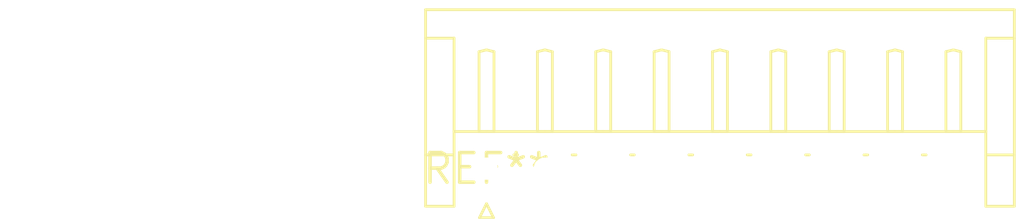
<source format=kicad_pcb>
(kicad_pcb (version 20240108) (generator pcbnew)
  (layers (0 "F.Cu" signal) (31 "B.Cu" signal) (34 "B.Paste" user) (35 "F.Paste" user) (36 "B.SilkS" user "B.Silkscreen") (37 "F.SilkS" user "F.Silkscreen") (38 "B.Mask" user) (39 "F.Mask" user) (44 "Edge.Cuts" user))
  (net 0 "")
  (footprint "JST_EH_S9B-EH_1x09_P2.50mm_Horizontal" (layer "F.Cu") (at 0 0)
    (property "Reference" "REF**")
    (property "Value" "JST_EH_S9B-EH_1x09_P2.50mm_Horizontal")
    (fp_line (start -2.61 -6.81) (end 22.61 -6.81) (layer "F.SilkS") (stroke (width 0.12)))
    (fp_line (start -2.61 -5.59) (end -1.39 -5.59) (layer "F.SilkS") (stroke (width 0.12)))
    (fp_line (start -2.61 1.61) (end -2.61 -6.81) (layer "F.SilkS") (stroke (width 0.12)))
    (fp_line (start -1.39 -5.59) (end -1.39 -0.59) (layer "F.SilkS") (stroke (width 0.12)))
    (fp_line (start -1.39 -1.59) (end 21.39 -1.59) (layer "F.SilkS") (stroke (width 0.12)))
    (fp_line (start -1.39 -0.59) (end -2.61 -0.59) (layer "F.SilkS") (stroke (width 0.12)))
    (fp_line (start -1.39 -0.59) (end -1.39 1.61) (layer "F.SilkS") (stroke (width 0.12)))
    (fp_line (start -1.39 1.61) (end -2.61 1.61) (layer "F.SilkS") (stroke (width 0.12)))
    (fp_line (start -0.32 -5.01) (end 0 -5.09) (layer "F.SilkS") (stroke (width 0.12)))
    (fp_line (start -0.32 -1.59) (end -0.32 -5.01) (layer "F.SilkS") (stroke (width 0.12)))
    (fp_line (start -0.3 2.1) (end 0.3 2.1) (layer "F.SilkS") (stroke (width 0.12)))
    (fp_line (start 0 -5.09) (end 0.32 -5.01) (layer "F.SilkS") (stroke (width 0.12)))
    (fp_line (start 0 -1.59) (end -0.32 -1.59) (layer "F.SilkS") (stroke (width 0.12)))
    (fp_line (start 0 1.5) (end -0.3 2.1) (layer "F.SilkS") (stroke (width 0.12)))
    (fp_line (start 0.3 2.1) (end 0 1.5) (layer "F.SilkS") (stroke (width 0.12)))
    (fp_line (start 0.32 -5.01) (end 0.32 -1.59) (layer "F.SilkS") (stroke (width 0.12)))
    (fp_line (start 0.32 -1.59) (end 0 -1.59) (layer "F.SilkS") (stroke (width 0.12)))
    (fp_line (start 1.17 -0.59) (end 1.33 -0.59) (layer "F.SilkS") (stroke (width 0.12)))
    (fp_line (start 2.18 -5.01) (end 2.5 -5.09) (layer "F.SilkS") (stroke (width 0.12)))
    (fp_line (start 2.18 -1.59) (end 2.18 -5.01) (layer "F.SilkS") (stroke (width 0.12)))
    (fp_line (start 2.5 -5.09) (end 2.82 -5.01) (layer "F.SilkS") (stroke (width 0.12)))
    (fp_line (start 2.5 -1.59) (end 2.18 -1.59) (layer "F.SilkS") (stroke (width 0.12)))
    (fp_line (start 2.82 -5.01) (end 2.82 -1.59) (layer "F.SilkS") (stroke (width 0.12)))
    (fp_line (start 2.82 -1.59) (end 2.5 -1.59) (layer "F.SilkS") (stroke (width 0.12)))
    (fp_line (start 3.67 -0.59) (end 3.83 -0.59) (layer "F.SilkS") (stroke (width 0.12)))
    (fp_line (start 4.68 -5.01) (end 5 -5.09) (layer "F.SilkS") (stroke (width 0.12)))
    (fp_line (start 4.68 -1.59) (end 4.68 -5.01) (layer "F.SilkS") (stroke (width 0.12)))
    (fp_line (start 5 -5.09) (end 5.32 -5.01) (layer "F.SilkS") (stroke (width 0.12)))
    (fp_line (start 5 -1.59) (end 4.68 -1.59) (layer "F.SilkS") (stroke (width 0.12)))
    (fp_line (start 5.32 -5.01) (end 5.32 -1.59) (layer "F.SilkS") (stroke (width 0.12)))
    (fp_line (start 5.32 -1.59) (end 5 -1.59) (layer "F.SilkS") (stroke (width 0.12)))
    (fp_line (start 6.17 -0.59) (end 6.33 -0.59) (layer "F.SilkS") (stroke (width 0.12)))
    (fp_line (start 7.18 -5.01) (end 7.5 -5.09) (layer "F.SilkS") (stroke (width 0.12)))
    (fp_line (start 7.18 -1.59) (end 7.18 -5.01) (layer "F.SilkS") (stroke (width 0.12)))
    (fp_line (start 7.5 -5.09) (end 7.82 -5.01) (layer "F.SilkS") (stroke (width 0.12)))
    (fp_line (start 7.5 -1.59) (end 7.18 -1.59) (layer "F.SilkS") (stroke (width 0.12)))
    (fp_line (start 7.82 -5.01) (end 7.82 -1.59) (layer "F.SilkS") (stroke (width 0.12)))
    (fp_line (start 7.82 -1.59) (end 7.5 -1.59) (layer "F.SilkS") (stroke (width 0.12)))
    (fp_line (start 8.67 -0.59) (end 8.83 -0.59) (layer "F.SilkS") (stroke (width 0.12)))
    (fp_line (start 9.68 -5.01) (end 10 -5.09) (layer "F.SilkS") (stroke (width 0.12)))
    (fp_line (start 9.68 -1.59) (end 9.68 -5.01) (layer "F.SilkS") (stroke (width 0.12)))
    (fp_line (start 10 -5.09) (end 10.32 -5.01) (layer "F.SilkS") (stroke (width 0.12)))
    (fp_line (start 10 -1.59) (end 9.68 -1.59) (layer "F.SilkS") (stroke (width 0.12)))
    (fp_line (start 10.32 -5.01) (end 10.32 -1.59) (layer "F.SilkS") (stroke (width 0.12)))
    (fp_line (start 10.32 -1.59) (end 10 -1.59) (layer "F.SilkS") (stroke (width 0.12)))
    (fp_line (start 11.17 -0.59) (end 11.33 -0.59) (layer "F.SilkS") (stroke (width 0.12)))
    (fp_line (start 12.18 -5.01) (end 12.5 -5.09) (layer "F.SilkS") (stroke (width 0.12)))
    (fp_line (start 12.18 -1.59) (end 12.18 -5.01) (layer "F.SilkS") (stroke (width 0.12)))
    (fp_line (start 12.5 -5.09) (end 12.82 -5.01) (layer "F.SilkS") (stroke (width 0.12)))
    (fp_line (start 12.5 -1.59) (end 12.18 -1.59) (layer "F.SilkS") (stroke (width 0.12)))
    (fp_line (start 12.82 -5.01) (end 12.82 -1.59) (layer "F.SilkS") (stroke (width 0.12)))
    (fp_line (start 12.82 -1.59) (end 12.5 -1.59) (layer "F.SilkS") (stroke (width 0.12)))
    (fp_line (start 13.67 -0.59) (end 13.83 -0.59) (layer "F.SilkS") (stroke (width 0.12)))
    (fp_line (start 14.68 -5.01) (end 15 -5.09) (layer "F.SilkS") (stroke (width 0.12)))
    (fp_line (start 14.68 -1.59) (end 14.68 -5.01) (layer "F.SilkS") (stroke (width 0.12)))
    (fp_line (start 15 -5.09) (end 15.32 -5.01) (layer "F.SilkS") (stroke (width 0.12)))
    (fp_line (start 15 -1.59) (end 14.68 -1.59) (layer "F.SilkS") (stroke (width 0.12)))
    (fp_line (start 15.32 -5.01) (end 15.32 -1.59) (layer "F.SilkS") (stroke (width 0.12)))
    (fp_line (start 15.32 -1.59) (end 15 -1.59) (layer "F.SilkS") (stroke (width 0.12)))
    (fp_line (start 16.17 -0.59) (end 16.33 -0.59) (layer "F.SilkS") (stroke (width 0.12)))
    (fp_line (start 17.18 -5.01) (end 17.5 -5.09) (layer "F.SilkS") (stroke (width 0.12)))
    (fp_line (start 17.18 -1.59) (end 17.18 -5.01) (layer "F.SilkS") (stroke (width 0.12)))
    (fp_line (start 17.5 -5.09) (end 17.82 -5.01) (layer "F.SilkS") (stroke (width 0.12)))
    (fp_line (start 17.5 -1.59) (end 17.18 -1.59) (layer "F.SilkS") (stroke (width 0.12)))
    (fp_line (start 17.82 -5.01) (end 17.82 -1.59) (layer "F.SilkS") (stroke (width 0.12)))
    (fp_line (start 17.82 -1.59) (end 17.5 -1.59) (layer "F.SilkS") (stroke (width 0.12)))
    (fp_line (start 18.67 -0.59) (end 18.83 -0.59) (layer "F.SilkS") (stroke (width 0.12)))
    (fp_line (start 19.68 -5.01) (end 20 -5.09) (layer "F.SilkS") (stroke (width 0.12)))
    (fp_line (start 19.68 -1.59) (end 19.68 -5.01) (layer "F.SilkS") (stroke (width 0.12)))
    (fp_line (start 20 -5.09) (end 20.32 -5.01) (layer "F.SilkS") (stroke (width 0.12)))
    (fp_line (start 20 -1.59) (end 19.68 -1.59) (layer "F.SilkS") (stroke (width 0.12)))
    (fp_line (start 20.32 -5.01) (end 20.32 -1.59) (layer "F.SilkS") (stroke (width 0.12)))
    (fp_line (start 20.32 -1.59) (end 20 -1.59) (layer "F.SilkS") (stroke (width 0.12)))
    (fp_line (start 21.39 -5.59) (end 21.39 -0.59) (layer "F.SilkS") (stroke (width 0.12)))
    (fp_line (start 21.39 -0.59) (end 22.61 -0.59) (layer "F.SilkS") (stroke (width 0.12)))
    (fp_line (start 21.39 1.61) (end 21.39 -0.59) (layer "F.SilkS") (stroke (width 0.12)))
    (fp_line (start 22.61 -6.81) (end 22.61 1.61) (layer "F.SilkS") (stroke (width 0.12)))
    (fp_line (start 22.61 -5.59) (end 21.39 -5.59) (layer "F.SilkS") (stroke (width 0.12)))
    (fp_line (start 22.61 1.61) (end 21.39 1.61) (layer "F.SilkS") (stroke (width 0.12)))
    (pad "1" thru_hole roundrect (at 0 0) (size 1.7 1.95) (drill 0.95) (layers *.Cu *.Mask) (remove_unused_layers) (roundrect_rratio 0.147059))
    (pad "2" thru_hole oval (at 2.5 0) (size 1.7 1.95) (drill 0.95) (layers *.Cu *.Mask) (remove_unused_layers))
    (pad "3" thru_hole oval (at 5 0) (size 1.7 1.95) (drill 0.95) (layers *.Cu *.Mask) (remove_unused_layers))
    (pad "4" thru_hole oval (at 7.5 0) (size 1.7 1.95) (drill 0.95) (layers *.Cu *.Mask) (remove_unused_layers))
    (pad "5" thru_hole oval (at 10 0) (size 1.7 1.95) (drill 0.95) (layers *.Cu *.Mask) (remove_unused_layers))
    (pad "6" thru_hole oval (at 12.5 0) (size 1.7 1.95) (drill 0.95) (layers *.Cu *.Mask) (remove_unused_layers))
    (pad "7" thru_hole oval (at 15 0) (size 1.7 1.95) (drill 0.95) (layers *.Cu *.Mask) (remove_unused_layers))
    (pad "8" thru_hole oval (at 17.5 0) (size 1.7 1.95) (drill 0.95) (layers *.Cu *.Mask) (remove_unused_layers))
    (pad "9" thru_hole oval (at 20 0) (size 1.7 1.95) (drill 0.95) (layers *.Cu *.Mask) (remove_unused_layers))
  )
)
</source>
